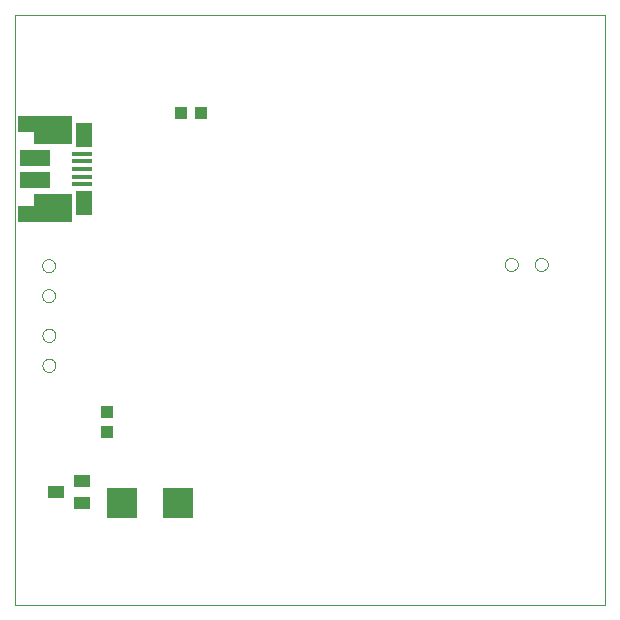
<source format=gbp>
G75*
%MOIN*%
%OFA0B0*%
%FSLAX24Y24*%
%IPPOS*%
%LPD*%
%AMOC8*
5,1,8,0,0,1.08239X$1,22.5*
%
%ADD10C,0.0000*%
%ADD11R,0.0394X0.0433*%
%ADD12R,0.1000X0.1000*%
%ADD13R,0.0433X0.0394*%
%ADD14R,0.0551X0.0394*%
%ADD15R,0.0673X0.0157*%
%ADD16R,0.0575X0.0787*%
%ADD17R,0.0984X0.0541*%
%ADD18R,0.1252X0.0962*%
%ADD19R,0.1252X0.0962*%
%ADD20R,0.0544X0.0530*%
%ADD21R,0.0544X0.0530*%
D10*
X000285Y000180D02*
X000285Y019865D01*
X019970Y019865D01*
X019970Y000180D01*
X000285Y000180D01*
X001202Y008174D02*
X001204Y008203D01*
X001210Y008231D01*
X001219Y008259D01*
X001232Y008285D01*
X001249Y008308D01*
X001268Y008330D01*
X001290Y008349D01*
X001315Y008364D01*
X001341Y008377D01*
X001369Y008385D01*
X001397Y008390D01*
X001426Y008391D01*
X001455Y008388D01*
X001483Y008381D01*
X001510Y008371D01*
X001536Y008357D01*
X001559Y008340D01*
X001580Y008320D01*
X001598Y008297D01*
X001613Y008272D01*
X001624Y008245D01*
X001632Y008217D01*
X001636Y008188D01*
X001636Y008160D01*
X001632Y008131D01*
X001624Y008103D01*
X001613Y008076D01*
X001598Y008051D01*
X001580Y008028D01*
X001559Y008008D01*
X001536Y007991D01*
X001510Y007977D01*
X001483Y007967D01*
X001455Y007960D01*
X001426Y007957D01*
X001397Y007958D01*
X001369Y007963D01*
X001341Y007971D01*
X001315Y007984D01*
X001290Y007999D01*
X001268Y008018D01*
X001249Y008040D01*
X001232Y008063D01*
X001219Y008089D01*
X001210Y008117D01*
X001204Y008145D01*
X001202Y008174D01*
X001202Y009174D02*
X001204Y009203D01*
X001210Y009231D01*
X001219Y009259D01*
X001232Y009285D01*
X001249Y009308D01*
X001268Y009330D01*
X001290Y009349D01*
X001315Y009364D01*
X001341Y009377D01*
X001369Y009385D01*
X001397Y009390D01*
X001426Y009391D01*
X001455Y009388D01*
X001483Y009381D01*
X001510Y009371D01*
X001536Y009357D01*
X001559Y009340D01*
X001580Y009320D01*
X001598Y009297D01*
X001613Y009272D01*
X001624Y009245D01*
X001632Y009217D01*
X001636Y009188D01*
X001636Y009160D01*
X001632Y009131D01*
X001624Y009103D01*
X001613Y009076D01*
X001598Y009051D01*
X001580Y009028D01*
X001559Y009008D01*
X001536Y008991D01*
X001510Y008977D01*
X001483Y008967D01*
X001455Y008960D01*
X001426Y008957D01*
X001397Y008958D01*
X001369Y008963D01*
X001341Y008971D01*
X001315Y008984D01*
X001290Y008999D01*
X001268Y009018D01*
X001249Y009040D01*
X001232Y009063D01*
X001219Y009089D01*
X001210Y009117D01*
X001204Y009145D01*
X001202Y009174D01*
X001194Y010500D02*
X001196Y010529D01*
X001202Y010557D01*
X001211Y010585D01*
X001224Y010611D01*
X001241Y010634D01*
X001260Y010656D01*
X001282Y010675D01*
X001307Y010690D01*
X001333Y010703D01*
X001361Y010711D01*
X001389Y010716D01*
X001418Y010717D01*
X001447Y010714D01*
X001475Y010707D01*
X001502Y010697D01*
X001528Y010683D01*
X001551Y010666D01*
X001572Y010646D01*
X001590Y010623D01*
X001605Y010598D01*
X001616Y010571D01*
X001624Y010543D01*
X001628Y010514D01*
X001628Y010486D01*
X001624Y010457D01*
X001616Y010429D01*
X001605Y010402D01*
X001590Y010377D01*
X001572Y010354D01*
X001551Y010334D01*
X001528Y010317D01*
X001502Y010303D01*
X001475Y010293D01*
X001447Y010286D01*
X001418Y010283D01*
X001389Y010284D01*
X001361Y010289D01*
X001333Y010297D01*
X001307Y010310D01*
X001282Y010325D01*
X001260Y010344D01*
X001241Y010366D01*
X001224Y010389D01*
X001211Y010415D01*
X001202Y010443D01*
X001196Y010471D01*
X001194Y010500D01*
X001194Y011500D02*
X001196Y011529D01*
X001202Y011557D01*
X001211Y011585D01*
X001224Y011611D01*
X001241Y011634D01*
X001260Y011656D01*
X001282Y011675D01*
X001307Y011690D01*
X001333Y011703D01*
X001361Y011711D01*
X001389Y011716D01*
X001418Y011717D01*
X001447Y011714D01*
X001475Y011707D01*
X001502Y011697D01*
X001528Y011683D01*
X001551Y011666D01*
X001572Y011646D01*
X001590Y011623D01*
X001605Y011598D01*
X001616Y011571D01*
X001624Y011543D01*
X001628Y011514D01*
X001628Y011486D01*
X001624Y011457D01*
X001616Y011429D01*
X001605Y011402D01*
X001590Y011377D01*
X001572Y011354D01*
X001551Y011334D01*
X001528Y011317D01*
X001502Y011303D01*
X001475Y011293D01*
X001447Y011286D01*
X001418Y011283D01*
X001389Y011284D01*
X001361Y011289D01*
X001333Y011297D01*
X001307Y011310D01*
X001282Y011325D01*
X001260Y011344D01*
X001241Y011366D01*
X001224Y011389D01*
X001211Y011415D01*
X001202Y011443D01*
X001196Y011471D01*
X001194Y011500D01*
X016615Y011539D02*
X016617Y011568D01*
X016623Y011596D01*
X016632Y011624D01*
X016645Y011650D01*
X016662Y011673D01*
X016681Y011695D01*
X016703Y011714D01*
X016728Y011729D01*
X016754Y011742D01*
X016782Y011750D01*
X016810Y011755D01*
X016839Y011756D01*
X016868Y011753D01*
X016896Y011746D01*
X016923Y011736D01*
X016949Y011722D01*
X016972Y011705D01*
X016993Y011685D01*
X017011Y011662D01*
X017026Y011637D01*
X017037Y011610D01*
X017045Y011582D01*
X017049Y011553D01*
X017049Y011525D01*
X017045Y011496D01*
X017037Y011468D01*
X017026Y011441D01*
X017011Y011416D01*
X016993Y011393D01*
X016972Y011373D01*
X016949Y011356D01*
X016923Y011342D01*
X016896Y011332D01*
X016868Y011325D01*
X016839Y011322D01*
X016810Y011323D01*
X016782Y011328D01*
X016754Y011336D01*
X016728Y011349D01*
X016703Y011364D01*
X016681Y011383D01*
X016662Y011405D01*
X016645Y011428D01*
X016632Y011454D01*
X016623Y011482D01*
X016617Y011510D01*
X016615Y011539D01*
X017615Y011539D02*
X017617Y011568D01*
X017623Y011596D01*
X017632Y011624D01*
X017645Y011650D01*
X017662Y011673D01*
X017681Y011695D01*
X017703Y011714D01*
X017728Y011729D01*
X017754Y011742D01*
X017782Y011750D01*
X017810Y011755D01*
X017839Y011756D01*
X017868Y011753D01*
X017896Y011746D01*
X017923Y011736D01*
X017949Y011722D01*
X017972Y011705D01*
X017993Y011685D01*
X018011Y011662D01*
X018026Y011637D01*
X018037Y011610D01*
X018045Y011582D01*
X018049Y011553D01*
X018049Y011525D01*
X018045Y011496D01*
X018037Y011468D01*
X018026Y011441D01*
X018011Y011416D01*
X017993Y011393D01*
X017972Y011373D01*
X017949Y011356D01*
X017923Y011342D01*
X017896Y011332D01*
X017868Y011325D01*
X017839Y011322D01*
X017810Y011323D01*
X017782Y011328D01*
X017754Y011336D01*
X017728Y011349D01*
X017703Y011364D01*
X017681Y011383D01*
X017662Y011405D01*
X017645Y011428D01*
X017632Y011454D01*
X017623Y011482D01*
X017617Y011510D01*
X017615Y011539D01*
D11*
X006489Y016572D03*
X005819Y016572D03*
D12*
X005715Y003599D03*
X003865Y003599D03*
D13*
X003357Y005956D03*
X003357Y006625D03*
D14*
X002537Y004326D03*
X002537Y003578D03*
X001671Y003952D03*
D15*
X002533Y014212D03*
X002533Y014468D03*
X002533Y014724D03*
X002533Y014980D03*
X002533Y015236D03*
D16*
X002584Y015866D03*
X002584Y013582D03*
D17*
X000946Y014355D03*
X000946Y015093D03*
D18*
X001568Y013431D03*
D19*
X001568Y016012D03*
D20*
X000669Y013214D03*
D21*
X000669Y016226D03*
M02*

</source>
